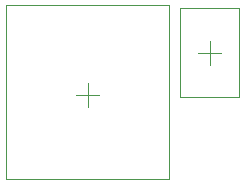
<source format=gbr>
%TF.GenerationSoftware,Altium Limited,Altium Designer,20.1.8 (145)*%
G04 Layer_Color=65280*
%FSLAX45Y45*%
%MOMM*%
%TF.SameCoordinates,4CD9D56E-ABF0-4F53-8DDA-4C7987737DBE*%
%TF.FilePolarity,Positive*%
%TF.FileFunction,Other,Top_Assembly*%
%TF.Part,Single*%
G01*
G75*
%TA.AperFunction,NonConductor*%
%ADD29C,0.10160*%
D29*
X1608934Y1131824D02*
X1808933D01*
X1708933Y1031824D02*
Y1231824D01*
X1458933Y756824D02*
X1958933Y756824D01*
X1458933Y1506824D02*
X1958933Y1506824D01*
X1458933Y756824D02*
Y1506824D01*
X1958933Y756824D02*
Y1506824D01*
X677041Y675479D02*
Y875480D01*
X577041Y775480D02*
X777041D01*
X-10459Y62980D02*
X1364541D01*
X-10459D02*
Y1537980D01*
X1364541D01*
Y62980D02*
Y1537980D01*
%TF.MD5,495e2b7b3d438b96e1cfa3db9d6abed5*%
M02*

</source>
